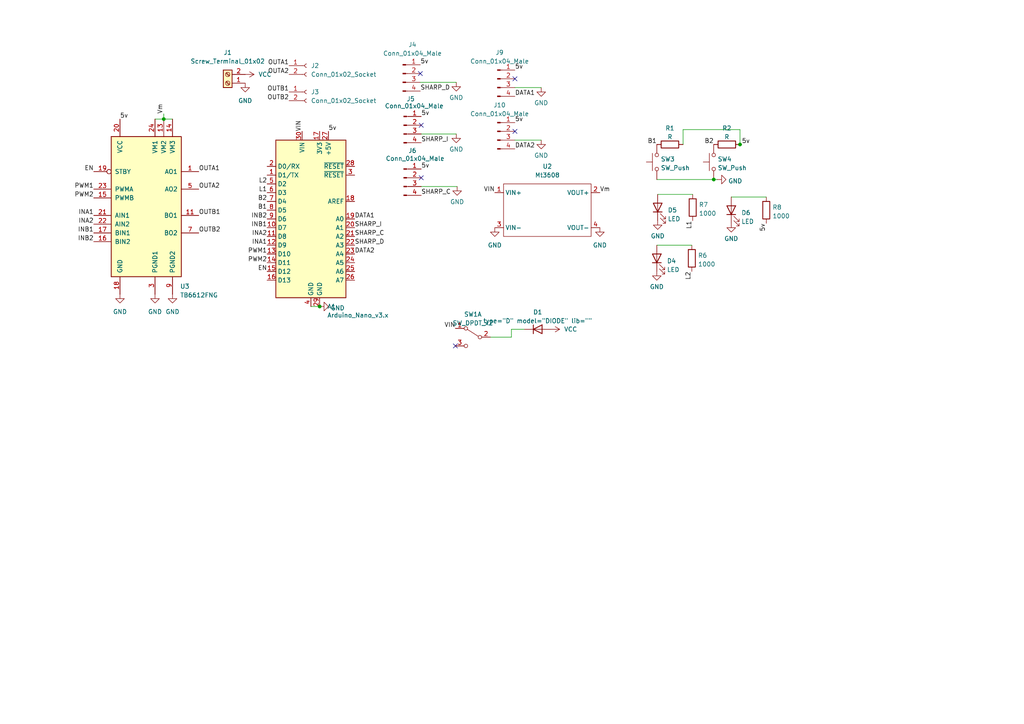
<source format=kicad_sch>
(kicad_sch (version 20230121) (generator eeschema)
  (paper "A4")
  (lib_symbols
    (symbol "Connector:Conn_01x02_Socket" (pin_names (offset 1.016) hide)
      (property "Reference" "J" (at 0 2.54 0))
      (property "Value" "Conn_01x02_Socket" (at 0 -5.08 0))
      (symbol "Conn_01x02_Socket_1_1"
        (arc (start 0 -2.032) (mid -0.5058 -2.54) (end 0 -3.048) (stroke (width 0.1524)))
        (polyline (pts (xy -1.27 -2.54) (xy -0.508 -2.54)) (stroke (width 0.1524)))
        (polyline (pts (xy -1.27 0) (xy -0.508 0)) (stroke (width 0.1524)))
        (arc (start 0 0.508) (mid -0.5058 0) (end 0 -0.508) (stroke (width 0.1524)))
        (pin passive line (at -5.08 0 0) (length 3.81) (name "Pin_1") (number "1"))
        (pin passive line (at -5.08 -2.54 0) (length 3.81) (name "Pin_2") (number "2"))
      )
    )
    (symbol "Connector:Conn_01x04_Male" (pin_names (offset 1.016) hide)
      (property "Reference" "J" (at 0 5.08 0))
      (property "Value" "Conn_01x04_Male" (at 0 -7.62 0))
      (symbol "Conn_01x04_Male_1_1"
        (polyline (pts (xy 1.27 -5.08) (xy 0.8636 -5.08)) (stroke (width 0.1524)))
        (polyline (pts (xy 1.27 -2.54) (xy 0.8636 -2.54)) (stroke (width 0.1524)))
        (polyline (pts (xy 1.27 0) (xy 0.8636 0)) (stroke (width 0.1524)))
        (polyline (pts (xy 1.27 2.54) (xy 0.8636 2.54)) (stroke (width 0.1524)))
        (rectangle (start 0.8636 -4.953) (end 0 -5.207) (stroke (width 0.1524)) (fill (type outline)))
        (rectangle (start 0.8636 -2.413) (end 0 -2.667) (stroke (width 0.1524)) (fill (type outline)))
        (rectangle (start 0.8636 0.127) (end 0 -0.127) (stroke (width 0.1524)) (fill (type outline)))
        (rectangle (start 0.8636 2.667) (end 0 2.413) (stroke (width 0.1524)) (fill (type outline)))
        (pin passive line (at 5.08 2.54 180) (length 3.81) (name "Pin_1") (number "1"))
        (pin passive line (at 5.08 0 180) (length 3.81) (name "Pin_2") (number "2"))
        (pin passive line (at 5.08 -2.54 180) (length 3.81) (name "Pin_3") (number "3"))
        (pin passive line (at 5.08 -5.08 180) (length 3.81) (name "Pin_4") (number "4"))
      )
    )
    (symbol "Connector:Screw_Terminal_01x02" (pin_names (offset 1.016) hide)
      (property "Reference" "J" (at 0 2.54 0))
      (property "Value" "Screw_Terminal_01x02" (at 0 -5.08 0))
      (symbol "Screw_Terminal_01x02_1_1"
        (rectangle (start -1.27 1.27) (end 1.27 -3.81) (stroke (width 0.254)) (fill (type background)))
        (circle (center 0 -2.54) (radius 0.635) (stroke (width 0.1524)))
        (polyline (pts (xy -0.5334 -2.2098) (xy 0.3302 -3.048)) (stroke (width 0.1524)))
        (polyline (pts (xy -0.5334 0.3302) (xy 0.3302 -0.508)) (stroke (width 0.1524)))
        (polyline (pts (xy -0.3556 -2.032) (xy 0.508 -2.8702)) (stroke (width 0.1524)))
        (polyline (pts (xy -0.3556 0.508) (xy 0.508 -0.3302)) (stroke (width 0.1524)))
        (circle (center 0 0) (radius 0.635) (stroke (width 0.1524)))
        (pin passive line (at -5.08 0 0) (length 3.81) (name "Pin_1") (number "1"))
        (pin passive line (at -5.08 -2.54 0) (length 3.81) (name "Pin_2") (number "2"))
      )
    )
    (symbol "Device:LED" (pin_numbers hide) (pin_names (offset 1.016) hide)
      (property "Reference" "D" (at 0 2.54 0))
      (property "Value" "LED" (at 0 -2.54 0))
      (symbol "LED_0_1"
        (polyline (pts (xy -1.27 -1.27) (xy -1.27 1.27)) (stroke (width 0.254)))
        (polyline (pts (xy -1.27 0) (xy 1.27 0)))
        (polyline (pts (xy 1.27 -1.27) (xy 1.27 1.27) (xy -1.27 0) (xy 1.27 -1.27)) (stroke (width 0.254)))
        (polyline (pts (xy -3.048 -0.762) (xy -4.572 -2.286) (xy -3.81 -2.286) (xy -4.572 -2.286) (xy -4.572 -1.524)))
        (polyline (pts (xy -1.778 -0.762) (xy -3.302 -2.286) (xy -2.54 -2.286) (xy -3.302 -2.286) (xy -3.302 -1.524)))
      )
      (symbol "LED_1_1"
        (pin passive line (at -3.81 0 0) (length 2.54) (name "K") (number "1"))
        (pin passive line (at 3.81 0 180) (length 2.54) (name "A") (number "2"))
      )
    )
    (symbol "Device:R" (pin_numbers hide) (pin_names (offset 0))
      (property "Reference" "R" (at 2.032 0 90))
      (property "Value" "R" (at 0 0 90))
      (symbol "R_0_1"
        (rectangle (start -1.016 -2.54) (end 1.016 2.54) (stroke (width 0.254)))
      )
      (symbol "R_1_1"
        (pin passive line (at 0 3.81 270) (length 1.27) (name "~") (number "1"))
        (pin passive line (at 0 -3.81 90) (length 1.27) (name "~") (number "2"))
      )
    )
    (symbol "Driver_Motor:TB6612FNG" (pin_names (offset 1.016))
      (property "Reference" "U" (at 11.43 17.78 0))
      (property "Value" "TB6612FNG" (at 11.43 15.24 0))
      (symbol "TB6612FNG_0_1"
        (rectangle (start -10.16 20.32) (end 10.16 -20.32) (stroke (width 0.254)) (fill (type background)))
      )
      (symbol "TB6612FNG_1_1"
        (pin output line (at 15.24 10.16 180) (length 5.08) (name "AO1") (number "1"))
        (pin passive line (at 7.62 -25.4 90) (length 5.08) hide (name "PGND2") (number "10"))
        (pin output line (at 15.24 -2.54 180) (length 5.08) (name "BO1") (number "11"))
        (pin passive line (at 15.24 -2.54 180) (length 5.08) hide (name "BO1") (number "12"))
        (pin power_in line (at 5.08 25.4 270) (length 5.08) (name "VM2") (number "13"))
        (pin power_in line (at 7.62 25.4 270) (length 5.08) (name "VM3") (number "14"))
        (pin input line (at -15.24 2.54 0) (length 5.08) (name "PWMB") (number "15"))
        (pin input line (at -15.24 -10.16 0) (length 5.08) (name "BIN2") (number "16"))
        (pin input line (at -15.24 -7.62 0) (length 5.08) (name "BIN1") (number "17"))
        (pin power_in line (at -7.62 -25.4 90) (length 5.08) (name "GND") (number "18"))
        (pin input inverted (at -15.24 10.16 0) (length 5.08) (name "STBY") (number "19"))
        (pin passive line (at 15.24 10.16 180) (length 5.08) hide (name "AO1") (number "2"))
        (pin power_in line (at -7.62 25.4 270) (length 5.08) (name "VCC") (number "20"))
        (pin input line (at -15.24 -2.54 0) (length 5.08) (name "AIN1") (number "21"))
        (pin input line (at -15.24 -5.08 0) (length 5.08) (name "AIN2") (number "22"))
        (pin input line (at -15.24 5.08 0) (length 5.08) (name "PWMA") (number "23"))
        (pin power_in line (at 2.54 25.4 270) (length 5.08) (name "VM1") (number "24"))
        (pin power_in line (at 2.54 -25.4 90) (length 5.08) (name "PGND1") (number "3"))
        (pin passive line (at 2.54 -25.4 90) (length 5.08) hide (name "PGND1") (number "4"))
        (pin output line (at 15.24 5.08 180) (length 5.08) (name "AO2") (number "5"))
        (pin passive line (at 15.24 5.08 180) (length 5.08) hide (name "AO2") (number "6"))
        (pin output line (at 15.24 -7.62 180) (length 5.08) (name "BO2") (number "7"))
        (pin passive line (at 15.24 -7.62 180) (length 5.08) hide (name "BO2") (number "8"))
        (pin power_in line (at 7.62 -25.4 90) (length 5.08) (name "PGND2") (number "9"))
      )
    )
    (symbol "GND_1" (power) (pin_names (offset 0))
      (property "Value" "GND_1" (at 0 -3.81 0))
      (symbol "GND_1_0_1"
        (polyline (pts (xy 0 0) (xy 0 -1.27) (xy 1.27 -1.27) (xy 0 -2.54) (xy -1.27 -1.27) (xy 0 -1.27)))
      )
      (symbol "GND_1_1_1"
        (pin power_in line (at 0 0 270) (length 0) hide (name "GND") (number "1"))
      )
    )
    (symbol "MCU_Module:Arduino_Nano_v3.x"
      (property "Reference" "A" (at -10.16 23.495 0))
      (property "Value" "Arduino_Nano_v3.x" (at 5.08 -24.13 0))
      (symbol "Arduino_Nano_v3.x_0_1"
        (rectangle (start -10.16 22.86) (end 10.16 -22.86) (stroke (width 0.254)) (fill (type background)))
      )
      (symbol "Arduino_Nano_v3.x_1_1"
        (pin bidirectional line (at -12.7 12.7 0) (length 2.54) (name "D1/TX") (number "1"))
        (pin bidirectional line (at -12.7 -2.54 0) (length 2.54) (name "D7") (number "10"))
        (pin bidirectional line (at -12.7 -5.08 0) (length 2.54) (name "D8") (number "11"))
        (pin bidirectional line (at -12.7 -7.62 0) (length 2.54) (name "D9") (number "12"))
        (pin bidirectional line (at -12.7 -10.16 0) (length 2.54) (name "D10") (number "13"))
        (pin bidirectional line (at -12.7 -12.7 0) (length 2.54) (name "D11") (number "14"))
        (pin bidirectional line (at -12.7 -15.24 0) (length 2.54) (name "D12") (number "15"))
        (pin bidirectional line (at -12.7 -17.78 0) (length 2.54) (name "D13") (number "16"))
        (pin power_out line (at 2.54 25.4 270) (length 2.54) (name "3V3") (number "17"))
        (pin input line (at 12.7 5.08 180) (length 2.54) (name "AREF") (number "18"))
        (pin bidirectional line (at 12.7 0 180) (length 2.54) (name "A0") (number "19"))
        (pin bidirectional line (at -12.7 15.24 0) (length 2.54) (name "D0/RX") (number "2"))
        (pin bidirectional line (at 12.7 -2.54 180) (length 2.54) (name "A1") (number "20"))
        (pin bidirectional line (at 12.7 -5.08 180) (length 2.54) (name "A2") (number "21"))
        (pin bidirectional line (at 12.7 -7.62 180) (length 2.54) (name "A3") (number "22"))
        (pin bidirectional line (at 12.7 -10.16 180) (length 2.54) (name "A4") (number "23"))
        (pin bidirectional line (at 12.7 -12.7 180) (length 2.54) (name "A5") (number "24"))
        (pin bidirectional line (at 12.7 -15.24 180) (length 2.54) (name "A6") (number "25"))
        (pin bidirectional line (at 12.7 -17.78 180) (length 2.54) (name "A7") (number "26"))
        (pin power_out line (at 5.08 25.4 270) (length 2.54) (name "+5V") (number "27"))
        (pin input line (at 12.7 15.24 180) (length 2.54) (name "~{RESET}") (number "28"))
        (pin power_in line (at 2.54 -25.4 90) (length 2.54) (name "GND") (number "29"))
        (pin input line (at 12.7 12.7 180) (length 2.54) (name "~{RESET}") (number "3"))
        (pin power_in line (at -2.54 25.4 270) (length 2.54) (name "VIN") (number "30"))
        (pin power_in line (at 0 -25.4 90) (length 2.54) (name "GND") (number "4"))
        (pin bidirectional line (at -12.7 10.16 0) (length 2.54) (name "D2") (number "5"))
        (pin bidirectional line (at -12.7 7.62 0) (length 2.54) (name "D3") (number "6"))
        (pin bidirectional line (at -12.7 5.08 0) (length 2.54) (name "D4") (number "7"))
        (pin bidirectional line (at -12.7 2.54 0) (length 2.54) (name "D5") (number "8"))
        (pin bidirectional line (at -12.7 0 0) (length 2.54) (name "D6") (number "9"))
      )
    )
    (symbol "Simulation_SPICE:DIODE" (pin_numbers hide) (pin_names (offset 1.016) hide)
      (property "Reference" "D" (at 0 2.54 0))
      (property "Value" "DIODE" (at 0 -2.54 0))
      (symbol "DIODE_0_1"
        (polyline (pts (xy 1.27 0) (xy -1.27 0)))
        (polyline (pts (xy 1.27 1.27) (xy 1.27 -1.27)) (stroke (width 0.254)))
        (polyline (pts (xy -1.27 -1.27) (xy -1.27 1.27) (xy 1.27 0) (xy -1.27 -1.27)) (stroke (width 0.254)))
      )
      (symbol "DIODE_1_1"
        (pin passive line (at -3.81 0 0) (length 2.54) (name "A") (number "1"))
        (pin passive line (at 3.81 0 180) (length 2.54) (name "K") (number "2"))
      )
    )
    (symbol "Switch:SW_DPDT_x2" (pin_names (offset 0) hide)
      (property "Reference" "SW" (at 0 4.318 0))
      (property "Value" "SW_DPDT_x2" (at 0 -5.08 0))
      (symbol "SW_DPDT_x2_0_0"
        (circle (center -2.032 0) (radius 0.508))
        (circle (center 2.032 -2.54) (radius 0.508))
      )
      (symbol "SW_DPDT_x2_0_1"
        (polyline (pts (xy -1.524 0.254) (xy 1.651 2.286)))
        (circle (center 2.032 2.54) (radius 0.508))
      )
      (symbol "SW_DPDT_x2_1_1"
        (pin passive line (at 5.08 2.54 180) (length 2.54) (name "A") (number "1"))
        (pin passive line (at -5.08 0 0) (length 2.54) (name "B") (number "2"))
        (pin passive line (at 5.08 -2.54 180) (length 2.54) (name "C") (number "3"))
      )
      (symbol "SW_DPDT_x2_2_1"
        (pin passive line (at 5.08 2.54 180) (length 2.54) (name "A") (number "4"))
        (pin passive line (at -5.08 0 0) (length 2.54) (name "B") (number "5"))
        (pin passive line (at 5.08 -2.54 180) (length 2.54) (name "C") (number "6"))
      )
    )
    (symbol "Switch:SW_Push" (pin_numbers hide) (pin_names (offset 1.016) hide)
      (property "Reference" "SW" (at 1.27 2.54 0))
      (property "Value" "SW_Push" (at 0 -1.524 0))
      (symbol "SW_Push_0_1"
        (circle (center -2.032 0) (radius 0.508))
        (polyline (pts (xy 0 1.27) (xy 0 3.048)))
        (polyline (pts (xy 2.54 1.27) (xy -2.54 1.27)))
        (circle (center 2.032 0) (radius 0.508))
        (pin passive line (at -5.08 0 0) (length 2.54) (name "1") (number "1"))
        (pin passive line (at 5.08 0 180) (length 2.54) (name "2") (number "2"))
      )
    )
    (symbol "power:GND" (power) (pin_names (offset 0))
      (property "Value" "GND" (at 0 -3.81 0))
      (symbol "GND_0_1"
        (polyline (pts (xy 0 0) (xy 0 -1.27) (xy 1.27 -1.27) (xy 0 -2.54) (xy -1.27 -1.27) (xy 0 -1.27)))
      )
      (symbol "GND_1_1"
        (pin power_in line (at 0 0 270) (length 0) hide (name "GND") (number "1"))
      )
    )
    (symbol "power:VCC" (power) (pin_names (offset 0))
      (property "Value" "VCC" (at 0 3.81 0))
      (symbol "VCC_0_1"
        (polyline (pts (xy -0.762 1.27) (xy 0 2.54)))
        (polyline (pts (xy 0 0) (xy 0 2.54)))
        (polyline (pts (xy 0 2.54) (xy 0.762 1.27)))
      )
      (symbol "VCC_1_1"
        (pin power_in line (at 0 0 90) (length 0) hide (name "VCC") (number "1"))
      )
    )
    (symbol "propios:Mt3608"
      (property "Reference" "U" (at 0 0 0))
      (property "Value" "Mt3608" (at 0 0 0))
      (symbol "Mt3608_0_1"
        (rectangle (start -12.7 -2.54) (end 12.7 -17.78))
      )
      (symbol "Mt3608_1_1"
        (pin input line (at -15.24 -5.08 0) (length 2.54) (name "VIN+") (number "1"))
        (pin input line (at 15.24 -5.08 180) (length 2.54) (name "VOUT+") (number "2"))
        (pin input line (at -15.24 -15.24 0) (length 2.54) (name "VIN-") (number "3"))
        (pin input line (at 15.24 -15.24 180) (length 2.54) (name "VOUT-") (number "4"))
      )
    )
  )
  (junction (at 214.63 41.91))
  (junction (at 207.01 52.07))
  (junction (at 47.498 34.544))
  (junction (at 92.71 88.9))
  (no_connect (at 122.174 36.322))
  (no_connect (at 121.92 21.336))
  (no_connect (at 132.08 100.33))
  (no_connect (at 149.352 22.86))
  (no_connect (at 122.174 51.562))
  (no_connect (at 149.352 38.1))
  (wire (pts (xy 132.334 38.862) (xy 122.174 38.862)))
  (wire (pts (xy 148.336 97.79) (xy 142.24 97.79)))
  (wire (pts (xy 190.5 52.07) (xy 207.01 52.07)))
  (wire (pts (xy 148.336 95.504) (xy 148.336 97.79)))
  (wire (pts (xy 214.63 37.592) (xy 214.63 41.91)))
  (wire (pts (xy 156.972 25.4) (xy 149.352 25.4)))
  (wire (pts (xy 156.972 40.64) (xy 149.352 40.64)))
  (wire (pts (xy 212.09 57.15) (xy 222.25 57.15)))
  (wire (pts (xy 152.146 95.504) (xy 148.336 95.504)))
  (wire (pts (xy 47.498 33.02) (xy 47.498 34.544)))
  (wire (pts (xy 90.17 88.9) (xy 92.71 88.9)))
  (wire (pts (xy 198.12 37.592) (xy 214.63 37.592)))
  (wire (pts (xy 198.12 41.91) (xy 198.12 37.592)))
  (wire (pts (xy 190.5 71.12) (xy 200.66 71.12)))
  (wire (pts (xy 190.754 56.388) (xy 200.914 56.388)))
  (wire (pts (xy 47.498 34.544) (xy 50.038 34.544)))
  (wire (pts (xy 44.958 34.544) (xy 47.498 34.544)))
  (wire (pts (xy 215.138 41.91) (xy 214.63 41.91)))
  (wire (pts (xy 132.334 23.876) (xy 121.92 23.876)))
  (wire (pts (xy 207.01 52.07) (xy 208.026 52.07)))
  (wire (pts (xy 132.588 54.102) (xy 122.174 54.102)))
  (label "B1" (at 77.47 60.96 180))
  (label "INB1" (at 77.47 66.04 180))
  (label "DATA2" (at 149.352 43.18 0))
  (label "5v" (at 215.138 41.91 0))
  (label "SHARP_I" (at 102.87 66.04 0))
  (label "5v" (at 222.25 64.77 270))
  (label "INA2" (at 27.178 65.024 180))
  (label "L1" (at 200.914 64.008 270))
  (label "SHARP_D" (at 121.92 26.416 0))
  (label "DATA1" (at 102.87 63.5 0))
  (label "B2" (at 207.01 41.91 180))
  (label "Vm" (at 47.498 33.02 90))
  (label "5v" (at 34.798 34.544 0))
  (label "OUTA1" (at 57.658 49.784 0))
  (label "INA2" (at 77.47 68.58 180))
  (label "OUTA2" (at 57.658 54.864 0))
  (label "5v" (at 121.92 18.796 0))
  (label "5v" (at 149.352 35.56 0))
  (label "DATA2" (at 102.87 73.66 0))
  (label "SHARP_D" (at 102.87 71.12 0))
  (label "EN" (at 27.178 49.784 180))
  (label "INB2" (at 77.47 63.5 180))
  (label "PWM1" (at 77.47 73.66 180))
  (label "5v" (at 95.25 38.1 0))
  (label "INA1" (at 77.47 71.12 180))
  (label "OUTA2" (at 83.82 21.59 180))
  (label "INB1" (at 27.178 67.564 180))
  (label "L2" (at 200.66 78.74 270))
  (label "PWM2" (at 27.178 57.404 180))
  (label "5v" (at 122.174 49.022 0))
  (label "Vm" (at 173.99 55.88 0))
  (label "EN" (at 77.47 78.74 180))
  (label "5v" (at 122.174 33.782 0))
  (label "VIN" (at 143.51 55.88 180))
  (label "VIN" (at 87.63 38.1 90))
  (label "DATA1" (at 149.352 27.94 0))
  (label "B2" (at 77.47 58.42 180))
  (label "OUTB2" (at 57.658 67.564 0))
  (label "OUTB2" (at 83.82 29.21 180))
  (label "INA1" (at 27.178 62.484 180))
  (label "PWM1" (at 27.178 54.864 180))
  (label "VIN" (at 132.08 95.25 180))
  (label "L2" (at 77.47 53.34 180))
  (label "SHARP_C" (at 102.87 68.58 0))
  (label "L1" (at 77.47 55.88 180))
  (label "OUTA1" (at 83.82 19.05 180))
  (label "5v" (at 149.352 20.32 0))
  (label "SHARP_C" (at 122.174 56.642 0))
  (label "PWM2" (at 77.47 76.2 180))
  (label "OUTB1" (at 57.658 62.484 0))
  (label "OUTB1" (at 83.82 26.67 180))
  (label "B1" (at 190.5 41.91 180))
  (label "SHARP_I" (at 122.174 41.402 0))
  (label "INB2" (at 27.178 70.104 180))
  (symbol (lib_id "Connector:Conn_01x04_Male") (at 116.84 21.336 0) (unit 1)
    (property "Reference" "J4" (at 119.634 12.954 0))
    (property "Value" "Conn_01x04_Male" (at 119.634 15.494 0))
    (property "Footprint" "Connector_PinHeader_2.54mm:PinHeader_1x04_P2.54mm_Vertical" (effects hide))
  )
  (symbol (lib_id "propios:Mt3608") (at 158.75 50.8 0) (unit 1)
    (property "Reference" "U2" (at 158.75 48.26 0))
    (property "Value" "Mt3608" (at 158.75 50.8 0))
    (property "Footprint" "propios:MT3608" (effects hide))
  )
  (symbol (lib_id "Switch:SW_Push") (at 190.5 46.99 90) (unit 1)
    (property "Reference" "SW3" (at 191.643 46.1553 90) (effects (justify right)))
    (property "Value" "SW_Push" (at 191.643 48.6922 90) (effects (justify right)))
    (property "Footprint" "Button_Switch_SMD:SW_Push_SPST_NO_Alps_SKRK" (effects hide))
  )
  (symbol (lib_id "Device:R") (at 222.25 60.96 0) (unit 1)
    (property "Reference" "R8" (at 224.028 60.1253 0) (effects (justify left)))
    (property "Value" "1000" (at 224.028 62.6622 0) (effects (justify left)))
    (property "Footprint" "Resistor_SMD:R_1210_3225Metric" (effects hide))
  )
  (symbol (lib_id "Driver_Motor:TB6612FNG") (at 42.418 59.944 0) (unit 1)
    (property "Reference" "U3" (at 52.2321 83.058 0) (effects (justify left)))
    (property "Value" "TB6612FNG" (at 52.2321 85.598 0) (effects (justify left)))
    (property "Footprint" "Package_SO:SSOP-24_5.3x8.2mm_P0.65mm" (effects hide))
    (property "Datasheet" "https://toshiba.semicon-storage.com/us/product/linear/motordriver/detail.TB6612FNG.html" (effects hide))
  )
  (symbol (lib_id "Switch:SW_Push") (at 207.01 46.99 90) (unit 1)
    (property "Reference" "SW4" (at 208.153 46.1553 90) (effects (justify right)))
    (property "Value" "SW_Push" (at 208.153 48.6922 90) (effects (justify right)))
    (property "Footprint" "Button_Switch_SMD:SW_Push_SPST_NO_Alps_SKRK" (effects hide))
  )
  (symbol (lib_id "power:VCC") (at 71.12 21.59 270) (unit 1)
    (property "Reference" "#PWR06" (effects hide))
    (property "Value" "VCC" (at 74.93 21.59 90) (effects (justify left)))
  )
  (symbol (lib_id "Connector:Screw_Terminal_01x02") (at 66.04 24.13 180) (unit 1)
    (property "Reference" "J1" (at 66.04 15.24 0))
    (property "Value" "Screw_Terminal_01x02" (at 66.04 17.78 0))
    (property "Footprint" "Connector_PinSocket_2.54mm:PinSocket_1x02_P2.54mm_Vertical" (effects hide))
  )
  (symbol (lib_id "Switch:SW_DPDT_x2") (at 137.16 97.79 0) (mirror y) (unit 1)
    (property "Reference" "SW1" (at 137.16 91.1692 0))
    (property "Value" "SW_DPDT_x2" (at 137.16 93.7061 0))
    (property "Footprint" "Button_Switch_THT:SW_Slide_1P2T_CK_OS102011MS2Q" (effects hide))
  )
  (symbol (lib_id "power:GND") (at 190.754 64.008 0) (unit 1)
    (property "Reference" "#PWR02" (effects hide))
    (property "Value" "GND" (at 190.754 68.4514 0))
  )
  (symbol (lib_id "Connector:Conn_01x02_Socket") (at 88.9 26.67 0) (unit 1)
    (property "Reference" "J3" (at 90.17 26.67 0) (effects (justify left)))
    (property "Value" "Conn_01x02_Socket" (at 90.17 29.21 0) (effects (justify left)))
    (property "Footprint" "Connector_PinSocket_2.54mm:PinSocket_1x02_P2.54mm_Vertical" (effects hide))
  )
  (symbol (lib_id "Simulation_SPICE:DIODE") (at 155.956 95.504 180) (unit 1)
    (property "Reference" "D1" (at 155.956 90.5342 0))
    (property "Value" "${SIM.PARAMS}" (at 155.956 93.0711 0))
    (property "Footprint" "Diode_SMD:D_SOD-123" (effects hide))
    (property "Sim.Device" "SPICE" (effects hide))
    (property "Sim.Params" "type=\"D\" model=\"DIODE\" lib=\"\"" (effects hide))
    (property "Sim.Pins" "1=1 2=2" (effects hide))
  )
  (symbol (lib_id "power:GND") (at 132.334 38.862 0) (unit 1)
    (property "Reference" "#PWR015" (effects hide))
    (property "Value" "GND" (at 132.334 43.3054 0))
  )
  (symbol (lib_id "Connector:Conn_01x04_Male") (at 144.272 22.86 0) (unit 1)
    (property "Reference" "J9" (at 144.907 15.24 0))
    (property "Value" "Conn_01x04_Male" (at 144.907 17.78 0))
    (property "Footprint" "Connector_PinHeader_2.54mm:PinHeader_1x04_P2.54mm_Vertical" (effects hide))
  )
  (symbol (lib_id "power:GND") (at 212.09 64.77 0) (unit 1)
    (property "Reference" "#PWR03" (effects hide))
    (property "Value" "GND" (at 212.09 69.2134 0))
  )
  (symbol (lib_id "Device:R") (at 200.66 74.93 0) (unit 1)
    (property "Reference" "R6" (at 202.438 74.0953 0) (effects (justify left)))
    (property "Value" "1000" (at 202.438 76.6322 0) (effects (justify left)))
    (property "Footprint" "Resistor_SMD:R_1210_3225Metric" (effects hide))
  )
  (symbol (lib_id "power:GND") (at 156.972 25.4 0) (unit 1)
    (property "Reference" "#PWR011" (effects hide))
    (property "Value" "GND" (at 156.972 29.8434 0))
  )
  (symbol (lib_name "GND_1") (lib_id "power:GND") (at 143.51 66.04 0) (unit 1)
    (property "Reference" "#PWR08" (effects hide))
    (property "Value" "GND" (at 143.51 71.12 0))
  )
  (symbol (lib_id "Connector:Conn_01x04_Male") (at 117.094 51.562 0) (unit 1)
    (property "Reference" "J6" (at 119.634 43.688 0))
    (property "Value" "Conn_01x04_Male" (at 120.396 45.974 0))
    (property "Footprint" "Connector_PinHeader_2.54mm:PinHeader_1x04_P2.54mm_Vertical" (effects hide))
  )
  (symbol (lib_id "Device:LED") (at 190.5 74.93 90) (unit 1)
    (property "Reference" "D4" (at 193.421 75.6828 90) (effects (justify right)))
    (property "Value" "LED" (at 193.421 78.2197 90) (effects (justify right)))
    (property "Footprint" "LED_SMD:LED_1210_3225Metric" (effects hide))
  )
  (symbol (lib_id "power:GND") (at 190.5 78.74 0) (unit 1)
    (property "Reference" "#PWR01" (effects hide))
    (property "Value" "GND" (at 190.5 83.1834 0))
  )
  (symbol (lib_id "power:VCC") (at 159.766 95.504 270) (unit 1)
    (property "Reference" "#PWR010" (effects hide))
    (property "Value" "VCC" (at 163.576 95.504 90) (effects (justify left)))
  )
  (symbol (lib_id "power:GND") (at 34.798 85.344 0) (unit 1)
    (property "Reference" "#PWR017" (effects hide))
    (property "Value" "GND" (at 34.798 90.424 0))
  )
  (symbol (lib_id "power:GND") (at 132.334 23.876 0) (unit 1)
    (property "Reference" "#PWR014" (effects hide))
    (property "Value" "GND" (at 132.334 28.3194 0))
  )
  (symbol (lib_id "Device:LED") (at 190.754 60.198 90) (unit 1)
    (property "Reference" "D5" (at 193.675 60.9508 90) (effects (justify right)))
    (property "Value" "LED" (at 193.675 63.4877 90) (effects (justify right)))
    (property "Footprint" "LED_SMD:LED_1210_3225Metric" (effects hide))
  )
  (symbol (lib_id "power:GND") (at 50.038 85.344 0) (unit 1)
    (property "Reference" "#PWR018" (effects hide))
    (property "Value" "GND" (at 50.038 90.424 0))
  )
  (symbol (lib_id "power:GND") (at 208.026 52.07 90) (unit 1)
    (property "Reference" "#PWR04" (effects hide))
    (property "Value" "GND" (at 211.201 52.5038 90) (effects (justify right)))
  )
  (symbol (lib_id "Connector:Conn_01x04_Male") (at 117.094 36.322 0) (unit 1)
    (property "Reference" "J5" (at 119.126 28.702 0))
    (property "Value" "Conn_01x04_Male" (at 120.142 30.734 0))
    (property "Footprint" "Connector_PinHeader_2.54mm:PinHeader_1x04_P2.54mm_Vertical" (effects hide))
  )
  (symbol (lib_id "Device:R") (at 194.31 41.91 270) (unit 1)
    (property "Reference" "R1" (at 194.31 37.1942 90))
    (property "Value" "R" (at 194.31 39.7311 90))
    (property "Footprint" "Resistor_SMD:R_1210_3225Metric" (effects hide))
  )
  (symbol (lib_id "Connector:Conn_01x02_Socket") (at 88.9 19.05 0) (unit 1)
    (property "Reference" "J2" (at 90.17 19.05 0) (effects (justify left)))
    (property "Value" "Conn_01x02_Socket" (at 90.17 21.59 0) (effects (justify left)))
    (property "Footprint" "Connector_PinSocket_2.54mm:PinSocket_1x02_P2.54mm_Vertical" (effects hide))
  )
  (symbol (lib_name "GND_1") (lib_id "power:GND") (at 173.99 66.04 0) (unit 1)
    (property "Reference" "#PWR09" (effects hide))
    (property "Value" "GND" (at 173.99 71.12 0))
  )
  (symbol (lib_id "MCU_Module:Arduino_Nano_v3.x") (at 90.17 63.5 0) (unit 1)
    (property "Reference" "A1" (at 94.9041 88.9 0) (effects (justify left)))
    (property "Value" "Arduino_Nano_v3.x" (at 94.9041 91.44 0) (effects (justify left)))
    (property "Footprint" "Module:Arduino_Nano" (effects hide))
    (property "Datasheet" "http://www.mouser.com/pdfdocs/Gravitech_Arduino_Nano3_0.pdf" (effects hide))
  )
  (symbol (lib_id "Device:R") (at 210.82 41.91 90) (unit 1)
    (property "Reference" "R2" (at 210.82 37.1942 90))
    (property "Value" "R" (at 210.82 39.7311 90))
    (property "Footprint" "Resistor_SMD:R_1210_3225Metric" (effects hide))
  )
  (symbol (lib_id "Device:R") (at 200.914 60.198 0) (unit 1)
    (property "Reference" "R7" (at 202.692 59.3633 0) (effects (justify left)))
    (property "Value" "1000" (at 202.692 61.9002 0) (effects (justify left)))
    (property "Footprint" "Resistor_SMD:R_1210_3225Metric" (effects hide))
  )
  (symbol (lib_id "Connector:Conn_01x04_Male") (at 144.272 38.1 0) (unit 1)
    (property "Reference" "J10" (at 144.907 30.48 0))
    (property "Value" "Conn_01x04_Male" (at 144.907 33.02 0))
    (property "Footprint" "Connector_PinHeader_2.54mm:PinHeader_1x04_P2.54mm_Vertical" (effects hide))
  )
  (symbol (lib_id "power:GND") (at 92.71 88.9 90) (unit 1)
    (property "Reference" "#PWR05" (effects hide))
    (property "Value" "GND" (at 95.885 89.3338 90) (effects (justify right)))
  )
  (symbol (lib_id "Device:LED") (at 212.09 60.96 90) (unit 1)
    (property "Reference" "D6" (at 215.011 61.7128 90) (effects (justify right)))
    (property "Value" "LED" (at 215.011 64.2497 90) (effects (justify right)))
    (property "Footprint" "LED_SMD:LED_1210_3225Metric" (effects hide))
  )
  (symbol (lib_name "GND_1") (lib_id "power:GND") (at 71.12 24.13 0) (unit 1)
    (property "Reference" "#PWR07" (effects hide))
    (property "Value" "GND" (at 71.12 29.21 0))
  )
  (symbol (lib_id "power:GND") (at 156.972 40.64 0) (unit 1)
    (property "Reference" "#PWR013" (effects hide))
    (property "Value" "GND" (at 156.972 45.0834 0))
  )
  (symbol (lib_id "power:GND") (at 44.958 85.344 0) (unit 1)
    (property "Reference" "#PWR012" (effects hide))
    (property "Value" "GND" (at 44.958 90.424 0))
  )
  (symbol (lib_id "power:GND") (at 132.588 54.102 0) (unit 1)
    (property "Reference" "#PWR016" (effects hide))
    (property "Value" "GND" (at 132.588 58.5454 0))
  )
)
</source>
